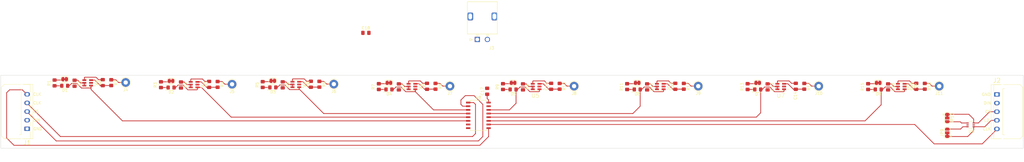
<source format=kicad_pcb>
(kicad_pcb (version 20221018) (generator pcbnew)
  (title_block (rev "v0.1") (company "Meow Wolf") (comment 1 "Daniel Bornhorst"))
  (layers (0 "F.Cu" signal) (31 "B.Cu" signal) (34 "B.Paste" user) (35 "F.Paste" user) (36 "B.SilkS" user "B.Silkscreen") (37 "F.SilkS" user "F.Silkscreen") (38 "B.Mask" user) (39 "F.Mask" user) (44 "Edge.Cuts" user))
  (net 0 "")
  (net 1 "VCC")
  (net 2 "GND")
  (net 3 "Net-(U1-SNSK)")
  (net 4 "Net-(U1-SNS)")
  (net 5 "Net-(D1-K)")
  (net 8 "Net-(J4-Pin_1)")
  (net 10 "Net-(JP1-A)")
  (net 11 "Net-(U2-SNSK)")
  (net 12 "Net-(U2-SNS)")
  (net 13 "Net-(U3-SNSK)")
  (net 14 "Net-(U3-SNS)")
  (net 15 "Net-(U4-SNSK)")
  (net 16 "Net-(U4-SNS)")
  (net 17 "Net-(U5-SNSK)")
  (net 18 "Net-(U5-SNS)")
  (net 19 "Net-(U6-SNSK)")
  (net 20 "Net-(U6-SNS)")
  (net 21 "Net-(U7-SNSK)")
  (net 22 "Net-(U7-SNS)")
  (net 23 "Net-(U10-SNSK)")
  (net 24 "Net-(U10-SNS)")
  (net 25 "TOUCH_1")
  (net 26 "Net-(D2-K)")
  (net 27 "TOUCH_2")
  (net 28 "Net-(D3-K)")
  (net 29 "TOUCH_3")
  (net 30 "Net-(D4-K)")
  (net 31 "TOUCH_4")
  (net 32 "Net-(D5-K)")
  (net 33 "TOUCH_5")
  (net 34 "Net-(D6-K)")
  (net 35 "TOUCH_6")
  (net 36 "Net-(D7-K)")
  (net 37 "TOUCH_7")
  (net 38 "Net-(D8-K)")
  (net 39 "TOUCH_8")
  (net 40 "+5V")
  (net 41 "CLK")
  (net 42 "~{LOAD}")
  (net 43 "SERIAL_OUT")
  (net 44 "CLK_OUT")
  (net 45 "SERIAL_IN")
  (net 46 "LOAD_OUT")
  (net 47 "Net-(J5-Pin_1)")
  (net 48 "Net-(J6-Pin_1)")
  (net 49 "Net-(J7-Pin_1)")
  (net 50 "Net-(J8-Pin_1)")
  (net 51 "Net-(J9-Pin_1)")
  (net 52 "Net-(J10-Pin_1)")
  (net 53 "Net-(J11-Pin_1)")
  (net 54 "Net-(JP2-A)")
  (net 55 "Net-(JP3-A)")
  (net 56 "Net-(JP4-A)")
  (net 57 "Net-(JP5-A)")
  (net 58 "Net-(JP6-A)")
  (net 59 "Net-(JP7-A)")
  (net 60 "Net-(JP8-A)")
  (net 61 "Net-(JP9-B)")
  (net 62 "Net-(JP10-B)")
  (footprint "Jumper:SolderJumper-2_P1.3mm_Bridged_RoundedPad1.0x1.5mm" (layer "F.Cu") (at 96.5478 90.144601)
    (fp_text reference "JP2" hide)
    (fp_text value "SolderJumper_2_Bridged" hide)
  )
  (footprint "LED_SMD:LED_0805_2012Metric_Pad1.15x1.40mm_HandSolder" (layer "F.Cu") (at 172.339 93.091)
    (fp_text reference "D4")
    (fp_text value "Touch_Indicator")
  )
  (footprint "0_sensor:AT42QT1010-TSGR_1" (layer "F.Cu") (at 139.954 91.3638 180)
    (fp_text reference "U3")
    (fp_text value "AT42QT1010")
  )
  (footprint "Connector_Pin:Pin_D1.3mm_L11.0mm_LooseFit" (layer "F.Cu") (at 153.162 91.2368)
    (fp_text reference "J6")
    (fp_text value "Electrode")
  )
  (footprint "Capacitor_SMD:C_0805_2012Metric_Pad1.18x1.45mm_HandSolder" (layer "F.Cu") (at 62.992 90.932 -90)
    (fp_text reference "C1")
    (fp_text value "0.1uF")
  )
  (footprint "0_sensor:AT42QT1010-TSGR_1" (layer "F.Cu") (at 308.61 92.075 180)
    (fp_text reference "U7")
    (fp_text value "AT42QT1010" hide)
  )
  (footprint "Jumper:SolderJumper-2_P1.3mm_Bridged_RoundedPad1.0x1.5mm" (layer "F.Cu") (at 342.504 90.805001)
    (fp_text reference "JP8" hide)
    (fp_text value "SolderJumper_2_Bridged" hide)
  )
  (footprint "Capacitor_SMD:C_0805_2012Metric_Pad1.18x1.45mm_HandSolder" (layer "F.Cu") (at 99.9918 91.5416 -90)
    (fp_text reference "C3")
    (fp_text value "0.1uF")
  )
  (footprint "Capacitor_SMD:C_0805_2012Metric_Pad1.18x1.45mm_HandSolder" (layer "F.Cu") (at 313.8424 91.9988 90)
    (fp_text reference "C14")
    (fp_text value "22nF" hide)
  )
  (footprint "Connector_Pin:Pin_D1.3mm_L11.0mm_LooseFit" (layer "F.Cu") (at 279.908 91.948)
    (fp_text reference "J9")
    (fp_text value "Electrode")
  )
  (footprint "Resistor_SMD:R_0805_2012Metric_Pad1.20x1.40mm_HandSolder" (layer "F.Cu") (at 56.0324 90.8304 -90)
    (fp_text reference "R1")
    (fp_text value "1K")
  )
  (footprint "Capacitor_SMD:C_0805_2012Metric_Pad1.18x1.45mm_HandSolder" (layer "F.Cu") (at 72.7964 90.7288 90)
    (fp_text reference "C2")
    (fp_text value "22nF")
  )
  (footprint "Package_SO:SOIC-16W_5.3x10.2mm_P1.27mm" (layer "F.Cu") (at 203.448 102.108)
    (fp_text reference "U8")
    (fp_text value "SN74HC165DR")
  )
  (footprint "Resistor_SMD:R_0805_2012Metric_Pad1.20x1.40mm_HandSolder" (layer "F.Cu") (at 358.6988 91.9988 -90)
    (fp_text reference "R16")
    (fp_text value "10K")
  )
  (footprint "Capacitor_SMD:C_0805_2012Metric_Pad1.18x1.45mm_HandSolder" (layer "F.Cu") (at 175.768 92.202 -90)
    (fp_text reference "C7")
    (fp_text value "0.1uF")
  )
  (footprint "Jumper:SolderJumper-2_P1.3mm_Bridged_RoundedPad1.0x1.5mm" (layer "F.Cu") (at 59.548 89.535)
    (fp_text reference "JP1" hide)
    (fp_text value "SolderJumper_2_Bridged" hide)
  )
  (footprint "Resistor_SMD:R_0805_2012Metric_Pad1.20x1.40mm_HandSolder" (layer "F.Cu") (at 297.0784 92.1004 -90)
    (fp_text reference "R13")
    (fp_text value "1K" hide)
  )
  (footprint "Capacitor_SMD:C_0805_2012Metric_Pad1.18x1.45mm_HandSolder" (layer "F.Cu") (at 304.038 92.202 -90)
    (fp_text reference "C13")
    (fp_text value "0.1uF" hide)
  )
  (footprint "Capacitor_SMD:C_0805_2012Metric_Pad1.18x1.45mm_HandSolder" (layer "F.Cu") (at 355.7524 91.9988 90)
    (fp_text reference "C16")
    (fp_text value "22nF")
  )
  (footprint "Jumper:SolderJumper-2_P1.3mm_Bridged_RoundedPad1.0x1.5mm" (layer "F.Cu") (at 215.504 90.805001)
    (fp_text reference "JP5" hide)
    (fp_text value "SolderJumper_2_Bridged" hide)
  )
  (footprint "Capacitor_SMD:C_0805_2012Metric_Pad1.18x1.45mm_HandSolder" (layer "F.Cu") (at 271.9324 91.9988 90)
    (fp_text reference "C12")
    (fp_text value "22nF")
  )
  (footprint "LED_SMD:LED_0805_2012Metric_Pad1.15x1.40mm_HandSolder" (layer "F.Cu") (at 131.953 92.3798)
    (fp_text reference "D3")
    (fp_text value "Touch_Indicator")
  )
  (footprint "Resistor_SMD:R_0805_2012Metric_Pad1.20x1.40mm_HandSolder" (layer "F.Cu") (at 211.9884 92.1004 -90)
    (fp_text reference "R9")
    (fp_text value "1K")
  )
  (footprint "Resistor_SMD:R_0805_2012Metric_Pad1.20x1.40mm_HandSolder" (layer "F.Cu") (at 93.0322 91.44 -90)
    (fp_text reference "R3")
    (fp_text value "1K")
  )
  (footprint "Resistor_SMD:R_0805_2012Metric_Pad1.20x1.40mm_HandSolder" (layer "F.Cu") (at 274.8788 91.9988 -90)
    (fp_text reference "R12")
    (fp_text value "10K")
  )
  (footprint "Connector_Pin:Pin_D1.3mm_L11.0mm_LooseFit" (layer "F.Cu") (at 117.7718 91.2876)
    (fp_text reference "J5")
    (fp_text value "Electrode")
  )
  (footprint "Resistor_SMD:R_0805_2012Metric_Pad1.20x1.40mm_HandSolder" (layer "F.Cu") (at 231.6988 91.9988 -90)
    (fp_text reference "R10")
    (fp_text value "10K")
  )
  (footprint "Resistor_SMD:R_0805_2012Metric_Pad1.20x1.40mm_HandSolder" (layer "F.Cu") (at 255.1684 92.1004 -90)
    (fp_text reference "R11")
    (fp_text value "1K")
  )
  (footprint "Resistor_SMD:R_0805_2012Metric_Pad1.20x1.40mm_HandSolder" (layer "F.Cu") (at 338.9884 92.1004 -90)
    (fp_text reference "R15")
    (fp_text value "1K")
  )
  (footprint "0_sensor:AT42QT1010-TSGR_1" (layer "F.Cu") (at 223.52 92.075 180)
    (fp_text reference "U5")
    (fp_text value "AT42QT1010")
  )
  (footprint "Capacitor_SMD:C_0805_2012Metric_Pad1.18x1.45mm_HandSolder" (layer "F.Cu") (at 145.1864 91.2876 90)
    (fp_text reference "C6")
    (fp_text value "22nF")
  )
  (footprint "Connector_Pin:Pin_D1.3mm_L11.0mm_LooseFit" (layer "F.Cu") (at 193.548 91.948)
    (fp_text reference "J7")
    (fp_text value "Electrode")
  )
  (footprint "Resistor_SMD:R_0805_2012Metric_Pad1.20x1.40mm_HandSolder" (layer "F.Cu") (at 168.8084 92.1004 -90)
    (fp_text reference "R7")
    (fp_text value "1K")
  )
  (footprint "Capacitor_SMD:C_0805_2012Metric_Pad1.18x1.45mm_HandSolder" (layer "F.Cu") (at 135.382 91.4908 -90)
    (fp_text reference "C5")
    (fp_text value "0.1uF")
  )
  (footprint "Connector_Pin:Pin_D1.3mm_L11.0mm_LooseFit" (layer "F.Cu") (at 80.772 90.678)
    (fp_text reference "J4")
    (fp_text value "Electrode")
  )
  (footprint "0_sensor:AT42QT1010-TSGR_1" (layer "F.Cu") (at 104.5638 91.4146 180)
    (fp_text reference "U2")
    (fp_text value "AT42QT1010")
  )
  (footprint "Capacitor_SMD:C_0805_2012Metric_Pad1.18x1.45mm_HandSolder" (layer "F.Cu") (at 228.7524 91.9988 90)
    (fp_text reference "C10")
    (fp_text value "22nF")
  )
  (footprint "Resistor_SMD:R_0805_2012Metric_Pad1.20x1.40mm_HandSolder" (layer "F.Cu") (at 148.1328 91.2876 -90)
    (fp_text reference "R6")
    (fp_text value "10K")
  )
  (footprint "Capacitor_SMD:C_0805_2012Metric_Pad1.18x1.45mm_HandSolder" (layer "F.Cu") (at 206.502 93.726 90)
    (fp_text reference "C17")
    (fp_text value "0.1uF")
  )
  (footprint "Capacitor_SMD:C_0805_2012Metric_Pad1.18x1.45mm_HandSolder" (layer "F.Cu") (at 109.7962 91.3384 90)
    (fp_text reference "C4")
    (fp_text value "22nF")
  )
  (footprint "Resistor_SMD:R_0805_2012Metric_Pad1.20x1.40mm_HandSolder" (layer "F.Cu") (at 316.7888 91.9988 -90)
    (fp_text reference "R14")
    (fp_text value "10K" hide)
  )
  (footprint "0_connector:MOLEX_ULTRAFIT-RA-2POS_1723104102" (layer "F.Cu") (at 204.613692 80.359849)
    (fp_text reference "J3")
    (fp_text value "Molex Ultra-Fit")
  )
  (footprint "0_connector:Molex_Micro-Fit_3.0_1x05_Horizontal_Vertical_Combo" (layer "F.Cu") (at 46.498 106.7872 90)
    (fp_text reference "J1")
    (fp_text value "Molex Micro-Fit")
  )
  (footprint "0_sensor:AT42QT1010-TSGR_1" (layer "F.Cu") (at 350.52 92.075 180)
    (fp_text reference "U10")
    (fp_text value "AT42QT1010")
  )
  (footprint "Jumper:SolderJumper-3_P1.3mm_Bridged12_RoundedPad1.0x1.5mm" (layer "F.Cu") (at 366.522 108.174 90)
    (fp_text reference "JP9")
    (fp_text value "SolderJumper_3_Bridged12")
  )
  (footprint "Resistor_SMD:R_0805_2012Metric_Pad1.20x1.40mm_HandSolder" (layer "F.Cu") (at 112.7426 91.3384 -90)
    (fp_text reference "R4")
    (fp_text value "10K")
  )
  (footprint "0_integrated_circuits:74HCT2G34GW_125_SOT363" (layer "F.Cu") (at 374.65 105.41)
    (fp_text reference "U9")
    (fp_text value "74HCT2G34GW_125")
  )
  (footprint "Capacitor_SMD:C_0805_2012Metric_Pad1.18x1.45mm_HandSolder" (layer "F.Cu") (at 164.3165 73.406)
    (fp_text reference "C18")
    (fp_text value "0.1uF")
  )
  (footprint "Jumper:SolderJumper-2_P1.3mm_Bridged_RoundedPad1.0x1.5mm" (layer "F.Cu") (at 258.684 90.805001)
    (fp_text reference "JP6" hide)
    (fp_text value "SolderJumper_2_Bridged" hide)
  )
  (footprint "LED_SMD:LED_0805_2012Metric_Pad1.15x1.40mm_HandSolder" (layer "F.Cu") (at 59.563 91.821)
    (fp_text reference "D1")
    (fp_text value "Touch_Indicator")
  )
  (footprint "0_sensor:AT42QT1010-TSGR_1" (layer "F.Cu") (at 67.564 90.805 180)
    (fp_text reference "U1")
    (fp_text value "AT42QT1010")
  )
  (footprint "Connector_Pin:Pin_D1.3mm_L11.0mm_LooseFit" (layer "F.Cu") (at 321.818 91.948)
    (fp_text reference "J10")
    (fp_text value "Electrode" hide)
  )
  (footprint "Resistor_SMD:R_0805_2012Metric_Pad1.20x1.40mm_HandSolder" (layer "F.Cu") (at 188.5188 91.9988 -90)
    (fp_text reference "R8")
    (fp_text value "10K")
  )
  (footprint "Connector_Pin:Pin_D1.3mm_L11.0mm_LooseFit" (layer "F.Cu") (at 363.728 91.948)
    (fp_text reference "J11")
    (fp_text value "Electrode")
  )
  (footprint "Jumper:SolderJumper-3_P1.3mm_Bridged12_RoundedPad1.0x1.5mm" (layer "F.Cu") (at 366.522 103.034 -90)
    (fp_text reference "JP10")
    (fp_text value "SolderJumper_3_Bridged12")
  )
  (footprint "Jumper:SolderJumper-2_P1.3mm_Bridged_RoundedPad1.0x1.5mm" (layer "F.Cu") (at 172.324 90.805001)
    (fp_text reference "JP4" hide)
    (fp_text value "SolderJumper_2_Bridged" hide)
  )
  (footprint "LED_SMD:LED_0805_2012Metric_Pad1.15x1.40mm_HandSolder" (layer "F.Cu") (at 342.519 93.091)
    (fp_text reference "D8")
    (fp_text value "Touch_Indicator")
  )
  (footprint "Capacitor_SMD:C_0805_2012Metric_Pad1.18x1.45mm_HandSolder" (layer "F.Cu") (at 262.128 92.202 -90)
    (fp_text reference "C11")
    (fp_text value "0.1uF")
  )
  (footprint "0_sensor:AT42QT1010-TSGR_1" (layer "F.Cu") (at 180.34 92.075 180)
    (fp_text reference "U4")
    (fp_text value "AT42QT1010")
  )
  (footprint "0_connector:Molex_Micro-Fit_3.0_1x05_Horizontal_Vertical_Combo" (layer "F.Cu") (at 383.778 94.838 -90)
    (fp_text reference "J2")
    (fp_text value "Molex Micro-Fit")
  )
  (footprint "0_sensor:AT42QT1010-TSGR_1" (layer "F.Cu") (at 266.7 92.075 180)
    (fp_text reference "U6")
    (fp_text value "AT42QT1010")
  )
  (footprint "Capacitor_SMD:C_0805_2012Metric_Pad1.18x1.45mm_HandSolder" (layer "F.Cu") (at 185.5724 91.9988 90)
    (fp_text reference "C8")
    (fp_text value "22nF")
  )
  (footprint "LED_SMD:LED_0805_2012Metric_Pad1.15x1.40mm_HandSolder" (layer "F.Cu") (at 258.699 93.091)
    (fp_text reference "D6")
    (fp_text value "Touch_Indicator")
  )
  (footprint "Resistor_SMD:R_0805_2012Metric_Pad1.20x1.40mm_HandSolder" (layer "F.Cu") (at 128.4224 91.3892 -90)
    (fp_text reference "R5")
    (fp_text value "1K")
  )
  (footprint "Jumper:SolderJumper-2_P1.3mm_Bridged_RoundedPad1.0x1.5mm" (layer "F.Cu") (at 131.938 90.093801)
    (fp_text reference "JP3" hide)
    (fp_text value "SolderJumper_2_Bridged" hide)
  )
  (footprint "Capacitor_SMD:C_0805_2012Metric_Pad1.18x1.45mm_HandSolder" (layer "F.Cu") (at 345.948 92.202 -90)
    (fp_text reference "C15")
    (fp_text value "0.1uF")
  )
  (footprint "LED_SMD:LED_0805_2012Metric_Pad1.15x1.40mm_HandSolder" (layer "F.Cu") (at 96.5628 92.4306)
    (fp_text reference "D2")
    (fp_text value "Touch_Indicator")
  )
  (footprint "LED_SMD:LED_0805_2012Metric_Pad1.15x1.40mm_HandSolder" (layer "F.Cu") (at 215.519 93.091)
    (fp_text reference "D5")
    (fp_text value "Touch_Indicator")
  )
  (footprint "Resistor_SMD:R_0805_2012Metric_Pad1.20x1.40mm_HandSolder" (layer "F.Cu") (at 75.7428 90.7288 -90)
    (fp_text reference "R2")
    (fp_text value "10K")
  )
  (footprint "Capacitor_SMD:C_0805_2012Metric_Pad1.18x1.45mm_HandSolder" (layer "F.Cu") (at 218.948 92.202 -90)
    (fp_text reference "C9")
    (fp_text value "0.1uF")
  )
  (footprint "LED_SMD:LED_0805_2012Metric_Pad1.15x1.40mm_HandSolder" (layer "F.Cu") (at 300.609 93.091)
    (fp_text reference "D7")
    (fp_text value "Touch_Indicator" hide)
  )
  (footprint "Connector_Pin:Pin_D1.3mm_L11.0mm_LooseFit" (layer "F.Cu") (at 236.728 91.948)
    (fp_text reference "J8")
    (fp_text value "Electrode")
  )
  (footprint "Jumper:SolderJumper-2_P1.3mm_Bridged_RoundedPad1.0x1.5mm" (layer "F.Cu") (at 300.594 90.805001)
    (fp_text reference "JP7" hide)
    (fp_text value "SolderJumper_2_Bridged" hide)
  )
  (gr_rect (start 37.338 88.138) (end 392.938 113.538) (stroke (width 0.1)) (fill none) (layer "Edge.Cuts"))
  (segment (start 263.2495 91.1645) (end 264.16 92.075) (width 0.254) (layer "F.Cu") (net 1))
  (segment (start 218.948 91.1645) (end 220.0695 91.1645) (width 0.254) (layer "F.Cu") (net 1))
  (segment (start 220.98 92.075) (end 222.35 92.075) (width 0.254) (layer "F.Cu") (net 1))
  (segment (start 179.17 92.075) (end 179.17 93.025) (width 0.254) (layer "F.Cu") (net 1))
  (segment (start 177.8 92.075) (end 179.17 92.075) (width 0.254) (layer "F.Cu") (net 1))
  (segment (start 305.1595 91.1645) (end 306.07 92.075) (width 0.254) (layer "F.Cu") (net 1))
  (segment (start 307.44 92.075) (end 307.44 93.025) (width 0.254) (layer "F.Cu") (net 1))
  (segment (start 265.53 92.075) (end 265.53 93.025) (width 0.254) (layer "F.Cu") (net 1))
  (segment (start 66.394 90.805) (end 66.394 91.755) (width 0.254) (layer "F.Cu") (net 1))
  (segment (start 103.3938 91.4146) (end 103.3938 92.3646) (width 0.254) (layer "F.Cu") (net 1))
  (segment (start 64.1135 89.8945) (end 65.024 90.805) (width 0.254) (layer "F.Cu") (net 1))
  (segment (start 102.0238 91.4146) (end 103.3938 91.4146) (width 0.254) (layer "F.Cu") (net 1))
  (segment (start 206.998 96.786) (end 206.998 97.663) (width 0.254) (layer "F.Cu") (net 1))
  (segment (start 99.9918 90.5041) (end 101.1133 90.5041) (width 0.254) (layer "F.Cu") (net 1))
  (segment (start 306.07 92.075) (end 307.44 92.075) (width 0.254) (layer "F.Cu") (net 1))
  (segment (start 138.784 91.3638) (end 138.784 92.3138) (width 0.254) (layer "F.Cu") (net 1))
  (segment (start 347.0695 91.1645) (end 347.98 92.075) (width 0.254) (layer "F.Cu") (net 1))
  (segment (start 304.038 91.1645) (end 305.1595 91.1645) (width 0.254) (layer "F.Cu") (net 1))
  (segment (start 206.502 96.266) (end 207.01 96.774) (width 0.254) (layer "F.Cu") (net 1))
  (segment (start 207.01 96.774) (end 206.998 96.786) (width 0.254) (layer "F.Cu") (net 1))
  (segment (start 101.1133 90.5041) (end 102.0238 91.4146) (width 0.254) (layer "F.Cu") (net 1))
  (segment (start 222.35 92.075) (end 222.35 93.025) (width 0.254) (layer "F.Cu") (net 1))
  (segment (start 220.0695 91.1645) (end 220.98 92.075) (width 0.254) (layer "F.Cu") (net 1))
  (segment (start 175.768 91.1645) (end 176.8895 91.1645) (width 0.254) (layer "F.Cu") (net 1))
  (segment (start 62.992 89.8945) (end 64.1135 89.8945) (width 0.254) (layer "F.Cu") (net 1))
  (segment (start 347.98 92.075) (end 349.35 92.075) (width 0.254) (layer "F.Cu") (net 1))
  (segment (start 176.8895 91.1645) (end 177.8 92.075) (width 0.254) (layer "F.Cu") (net 1))
  (segment (start 349.35 92.075) (end 349.35 93.025) (width 0.254) (layer "F.Cu") (net 1))
  (segment (start 264.16 92.075) (end 265.53 92.075) (width 0.254) (layer "F.Cu") (net 1))
  (segment (start 65.024 90.805) (end 66.394 90.805) (width 0.254) (layer "F.Cu") (net 1))
  (segment (start 206.502 94.7635) (end 206.502 96.266) (width 0.254) (layer "F.Cu") (net 1))
  (segment (start 135.382 90.4533) (end 136.5035 90.4533) (width 0.254) (layer "F.Cu") (net 1))
  (segment (start 137.414 91.3638) (end 138.784 91.3638) (width 0.254) (layer "F.Cu") (net 1))
  (segment (start 136.5035 90.4533) (end 137.414 91.3638) (width 0.254) (layer "F.Cu") (net 1))
  (segment (start 345.948 91.1645) (end 347.0695 91.1645) (width 0.254) (layer "F.Cu") (net 1))
  (segment (start 262.128 91.1645) (end 263.2495 91.1645) (width 0.254) (layer "F.Cu") (net 1))
  (segment (start 72.7964 91.7663) (end 71.9543 91.7663) (width 0.254) (layer "F.Cu") (net 3))
  (segment (start 71.9543 91.7663) (end 70.043 89.855) (width 0.254) (layer "F.Cu") (net 3))
  (segment (start 75.7428 91.7288) (end 72.8339 91.7288) (width 0.254) (layer "F.Cu") (net 3))
  (segment (start 70.043 89.855) (end 68.734 89.855) (width 0.254) (layer "F.Cu") (net 3))
  (segment (start 72.8339 91.7288) (end 72.7964 91.7663) (width 0.254) (layer "F.Cu") (net 3))
  (segment (start 70.4596 88.8492) (end 66.548 88.8492) (width 0.254) (layer "F.Cu") (net 4))
  (segment (start 66.394 89.0032) (end 66.394 89.855) (width 0.254) (layer "F.Cu") (net 4))
  (segment (start 66.548 88.8492) (end 66.394 89.0032) (width 0.254) (layer "F.Cu") (net 4))
  (segment (start 72.7964 89.6913) (end 71.3017 89.6913) (width 0.254) (layer "F.Cu") (net 4))
  (segment (start 71.3017 89.6913) (end 70.4596 88.8492) (width 0.254) (layer "F.Cu") (net 4))
  (segment (start 58.538 91.821) (end 56.0418 91.821) (width 0.254) (layer "F.Cu") (net 5))
  (segment (start 56.0418 91.821) (end 56.0324 91.8304) (width 0.254) (layer "F.Cu") (net 5))
  (segment (start 78.2828 90.678) (end 80.772 90.678) (width 0.254) (layer "F.Cu") (net 8))
  (segment (start 77.3336 89.7288) (end 78.2828 90.678) (width 0.254) (layer "F.Cu") (net 8))
  (segment (start 75.7428 89.7288) (end 77.3336 89.7288) (width 0.254) (layer "F.Cu") (net 8))
  (segment (start 56.0324 89.8304) (end 58.6026 89.8304) (width 0.254) (layer "F.Cu") (net 10))
  (segment (start 58.6026 89.8304) (end 58.898 89.535) (width 0.254) (layer "F.Cu") (net 10))
  (segment (start 108.9541 92.3759) (end 107.0428 90.4646) (width 0.254) (layer "F.Cu") (net 11))
  (segment (start 109.8337 92.3384) (end 109.7962 92.3759) (width 0.254) (layer "F.Cu") (net 11))
  (segment (start 112.7426 92.3384) (end 109.8337 92.3384) (width 0.254) (layer "F.Cu") (net 11))
  (segment (start 109.7962 92.3759) (end 108.9541 92.3759) (width 0.254) (layer "F.Cu") (net 11))
  (segment (start 107.0428 90.4646) (end 105.7338 90.4646) (width 0.254) (layer "F.Cu") (net 11))
  (segment (start 109.7962 90.3009) (end 108.3015 90.3009) (width 0.254) (layer "F.Cu") (net 12))
  (segment (start 103.5478 89.4588) (end 103.3938 89.6128) (width 0.254) (layer "F.Cu") (net 12))
  (segment (start 108.3015 90.3009) (end 107.4594 89.4588) (width 0.254) (layer "F.Cu") (net 12))
  (segment (start 103.3938 89.6128) (end 103.3938 90.4646) (width 0.254) (layer "F.Cu") (net 12))
  (segment (start 107.4594 89.4588) (end 103.5478 89.4588) (width 0.254) (layer "F.Cu") (net 12))
  (segment (start 144.3443 92.3251) (end 142.433 90.4138) (width 0.254) (layer "F.Cu") (net 13))
  (segment (start 145.1864 92.3251) (end 144.3443 92.3251) (width 0.254) (layer "F.Cu") (net 13))
  (segment (start 145.2239 92.2876) (end 145.1864 92.3251) (width 0.254) (layer "F.Cu") (net 13))
  (segment (start 142.433 90.4138) (end 141.124 90.4138) (width 0.254) (layer "F.Cu") (net 13))
  (segment (start 148.1328 92.2876) (end 145.2239 92.2876) (width 0.254) (layer "F.Cu") (net 13))
  (segment (start 138.784 89.562) (end 138.784 90.4138) (width 0.254) (layer "F.Cu") (net 14))
  (segment (start 145.1864 90.2501) (end 143.6917 90.2501) (width 0.254) (layer "F.Cu") (net 14))
  (segment (start 143.6917 90.2501) (end 142.8496 89.408) (width 0.254) (layer "F.Cu") (net 14))
  (segment (start 142.8496 89.408) (end 138.938 89.408) (width 0.254) (layer "F.Cu") (net 14))
  (segment (start 138.938 89.408) (end 138.784 89.562) (width 0.254) (layer "F.Cu") (net 14))
  (segment (start 188.5188 92.9988) (end 185.6099 92.9988) (width 0.254) (layer "F.Cu") (net 15))
  (segment (start 184.7303 93.0363) (end 182.819 91.125) (width 0.254) (layer "F.Cu") (net 15))
  (segment (start 182.819 91.125) (end 181.51 91.125) (width 0.254) (layer "F.Cu") (net 15))
  (segment (start 185.6099 92.9988) (end 185.5724 93.0363) (width 0.254) (layer "F.Cu") (net 15))
  (segment (start 185.5724 93.0363) (end 184.7303 93.0363) (width 0.254) (layer "F.Cu") (net 15))
  (segment (start 179.17 90.2732) (end 179.17 91.125) (width 0.254) (layer "F.Cu") (net 16))
  (segment (start 185.5724 90.9613) (end 184.0777 90.9613) (width 0.254) (layer "F.Cu") (net 16))
  (segment (start 183.2356 90.1192) (end 179.324 90.1192) (width 0.254) (layer "F.Cu") (net 16))
  (segment (start 184.0777 90.9613) (end 183.2356 90.1192) (width 0.254) (layer "F.Cu") (net 16))
  (segment (start 179.324 90.1192) (end 179.17 90.2732) (width 0.254) (layer "F.Cu") (net 16))
  (segment (start 228.7899 92.9988) (end 228.7524 93.0363) (width 0.254) (layer "F.Cu") (net 17))
  (segment (start 225.999 91.125) (end 224.69 91.125) (width 0.254) (layer "F.Cu") (net 17))
  (segment (start 231.6988 92.9988) (end 228.7899 92.9988) (width 0.254) (layer "F.Cu") (net 17))
  (segment (start 228.7524 93.0363) (end 227.9103 93.0363) (width 0.254) (layer "F.Cu") (net 17))
  (segment (start 227.9103 93.0363) (end 225.999 91.125) (width 0.254) (layer "F.Cu") (net 17))
  (segment (start 222.35 90.2732) (end 222.35 91.125) (width 0.254) (layer "F.Cu") (net 18))
  (segment (start 222.504 90.1192) (end 222.35 90.2732) (width 0.254) (layer "F.Cu") (net 18))
  (segment (start 226.4156 90.1192) (end 222.504 90.1192) (width 0.254) (layer "F.Cu") (net 18))
  (segment (start 228.7524 90.9613) (end 227.2577 90.9613) (width 0.254) (layer "F.Cu") (net 18))
  (segment (start 227.2577 90.9613) (end 226.4156 90.1192) (width 0.254) (layer "F.Cu") (net 18))
  (segment (start 271.9324 93.0363) (end 271.0903 93.0363) (width 0.254) (layer "F.Cu") (net 19))
  (segment (start 271.0903 93.0363) (end 269.179 91.125) (width 0.254) (layer "F.Cu") (net 19))
  (segment (start 269.179 91.125) (end 267.87 91.125) (width 0.254) (layer "F.Cu") (net 19))
  (segment (start 274.8788 92.9988) (end 271.9699 92.9988) (width 0.254) (layer "F.Cu") (net 19))
  (segment (start 271.9699 92.9988) (end 271.9324 93.0363) (width 0.254) (layer "F.Cu") (net 19))
  (segment (start 269.5956 90.1192) (end 265.684 90.1192) (width 0.254) (layer "F.Cu") (net 20))
  (segment (start 271.9324 90.9613) (end 270.4377 90.9613) (width 0.254) (layer "F.Cu") (net 20))
  (segment (start 265.684 90.1192) (end 265.53 90.2732) (width 0.254) (layer "F.Cu") (net 20))
  (segment (start 270.4377 90.9613) (end 269.5956 90.1192) (width 0.254) (layer "F.Cu") (net 20))
  (segment (start 265.53 90.2732) (end 265.53 91.125) (width 0.254) (layer "F.Cu") (net 20))
  (segment (start 311.089 91.125) (end 309.78 91.125) (width 0.254) (layer "F.Cu") (net 21))
  (segment (start 313.8424 93.0363) (end 313.0003 93.0363) (width 0.254) (layer "F.Cu") (net 21))
  (segment (start 316.7888 92.9988) (end 313.8799 92.9988) (width 0.254) (layer "F.Cu") (net 21))
  (segment (start 313.0003 93.0363) (end 311.089 91.125) (width 0.254) (layer "F.Cu") (net 21))
  (segment (start 313.8799 92.9988) (end 313.8424 93.0363) (width 0.254) (layer "F.Cu") (net 21))
  (segment (start 307.44 90.2732) (end 307.44 91.125) (width 0.254) (layer "F.Cu") (net 22))
  (segment (start 313.8424 90.9613) (end 312.3477 90.9613) (width 0.254) (layer "F.Cu") (net 22))
  (segment (start 312.3477 90.9613) (end 311.5056 90.1192) (width 0.254) (layer "F.Cu") (net 22))
  (segment (start 307.594 90.1192) (end 307.44 90.2732) (width 0.254) (layer "F.Cu") (net 22))
  (segment (start 311.5056 90.1192) (end 307.594 90.1192) (width 0.254) (layer "F.Cu") (net 22))
  (segment (start 355.7899 92.9988) (end 355.7524 93.0363) (width 0.254) (layer "F.Cu") (net 23))
  (segment (start 358.6988 92.9988) (end 355.7899 92.9988) (width 0.254) (layer "F.Cu") (net 23))
  (segment (start 352.999 91.125) (end 351.69 91.125) (width 0.254) (layer "F.Cu") (net 23))
  (segment (start 354.9103 93.0363) (end 352.999 91.125) (width 0.254) (layer "F.Cu") (net 23))
  (segment (start 355.7524 93.0363) (end 354.9103 93.0363) (width 0.254) (layer "F.Cu") (net 23))
  (segment (start 355.7524 90.9613) (end 354.2577 90.9613) (width 0.254) (layer "F.Cu") (net 24))
  (segment (start 349.35 90.2732) (end 349.35 91.125) (width 0.254) (layer "F.Cu") (net 24))
  (segment (start 353.4156 90.1192) (end 349.504 90.1192) (width 0.254) (layer "F.Cu") (net 24))
  (segment (start 354.2577 90.9613) (end 353.4156 90.1192) (width 0.254) (layer "F.Cu") (net 24))
  (segment (start 349.504 90.1192) (end 349.35 90.2732) (width 0.254) (layer "F.Cu") (net 24))
  (segment (start 344.0938 93.091) (end 343.544 93.091) (width 0.254) (layer "F.Cu") (net 25))
  (segment (start 337.947 104.013) (end 343.544 98.416) (width 0.254) (layer "F.Cu") (net 25))
  (segment (start 351.4852 93.8784) (end 348.3356 93.8784) (width 0.254) (layer "F.Cu") (net 25))
  (segment (start 343.544 98.416) (end 343.544 93.091) (width 0.254) (layer "F.Cu") (net 25))
  (segment (start 344.932 92.2528) (end 344.0938 93.091) (width 0.254) (layer "F.Cu") (net 25))
  (segment (start 348.3356 93.8784) (end 346.71 92.2528) (width 0.254) (layer "F.Cu") (net 25))
  (segment (start 206.998 104.013) (end 337.947 104.013) (width 0.254) (layer "F.Cu") (net 25))
  (segment (start 346.71 92.2528) (end 344.932 92.2528) (width 0.254) (layer "F.Cu") (net 25))
  (segment (start 351.69 93.6736) (end 351.4852 93.8784) (width 0.254) (layer "F.Cu") (net 25))
  (segment (start 351.69 93.025) (end 351.69 93.6736) (width 0.254) (layer "F.Cu") (net 25))
  (segment (start 95.5378 92.4306) (end 93.0416 92.4306) (width 0.254) (layer "F.Cu") (net 26))
  (segment (start 93.0416 92.4306) (end 93.0322 92.44) (width 0.254) (layer "F.Cu") (net 26))
  (segment (start 301.634 101.21) (end 301.634 93.091) (width 0.254) (layer "F.Cu") (net 27))
  (segment (start 303.022 92.2528) (end 302.1838 93.091) (width 0.254) (layer "F.Cu") (net 27))
  (segment (start 304.8 92.2528) (end 303.022 92.2528) (width 0.254) (layer "F.Cu") (net 27))
  (segment (start 302.1838 93.091) (end 301.634 93.091) (width 0.254) (layer "F.Cu") (net 27))
  (segment (start 206.998 102.743) (end 300.101 102.743) (width 0.254) (layer "F.Cu") (net 27))
  (segment (start 309.78 93.6736) (end 309.5752 93.8784) (width 0.254) (layer "F.Cu") (net 27))
  (segment (start 309.5752 93.8784) (end 306.4256 93.8784) (width 0.254) (layer "F.Cu") (net 27))
  (segment (start 309.78 93.025) (end 309.78 93.6736) (width 0.254) (layer "F.Cu") (net 27))
  (segment (start 306.4256 93.8784) (end 304.8 92.2528) (width 0.254) (layer "F.Cu") (net 27))
  (segment (start 300.101 102.743) (end 301.634 101.21) (width 0.254) (layer "F.Cu") (net 27))
  (segment (start 128.4318 92.3798) (end 128.4224 92.3892) (width 0.254) (layer "F.Cu") (net 28))
  (segment (start 130.928 92.3798) (end 128.4318 92.3798) (width 0.254) (layer "F.Cu") (net 28))
  (segment (start 267.6652 93.8784) (end 264.5156 93.8784) (width 0.254) (layer "F.Cu") (net 29))
  (segment (start 260.2738 93.091) (end 259.724 93.091) (width 0.254) (layer "F.Cu") (net 29))
  (segment (start 262.89 92.2528) (end 261.112 92.2528) (width 0.254) (layer "F.Cu") (net 29))
  (segment (start 257.175 101.473) (end 259.724 98.924) (width 0.254) (layer "F.Cu") (net 29))
  (segment (start 206.998 101.473) (end 257.175 101.473) (width 0.254) (layer "F.Cu") (net 29))
  (segment (start 264.5156 93.8784) (end 262.89 92.2528) (width 0.254) (layer "F.Cu") (net 29))
  (segment (start 259.724 98.924) (end 259.724 93.091) (width 0.254) (layer "F.Cu") (net 29))
  (segment (start 267.87 93.025) (end 267.87 93.6736) (width 0.254) (layer "F.Cu") (net 29))
  (segment (start 267.87 93.6736) (end 267.6652 93.8784) (width 0.254) (layer "F.Cu") (net 29))
  (segment (start 261.112 92.2528) (end 260.2738 93.091) (width 0.254) (layer "F.Cu") (net 29))
  (segment (start 168.8178 93.091) (end 168.8084 93.1004) (width 0.254) (layer "F.Cu") (net 30))
  (segment (start 171.314 93.091) (end 168.8178 93.091) (width 0.254) (layer "F.Cu") (net 30))
  (segment (start 206.998 100.203) (end 214.249 100.203) (width 0.254) (layer "F.Cu") (net 31))
  (segment (start 224.69 93.6736) (end 224.4852 93.8784) (width 0.254) (layer "F.Cu") (net 31))
  (segment (start 216.544 97.908) (end 216.544 93.091) (width 0.254) (layer "F.Cu") (net 31))
  (segment (start 221.3356 93.8784) (end 219.71 92.2528) (width 0.254) (layer "F.Cu") (net 31))
  (segment (start 219.71 92.2528) (end 217.932 92.2528) (width 0.254) (layer "F.Cu") (net 31))
  (segment (start 224.4852 93.8784) (end 221.3356 93.8784) (width 0.254) (layer "F.Cu") (net 31))
  (segment (start 217.0938 93.091) (end 216.544 93.091) (width 0.254) (layer "F.Cu") (net 31))
  (segment (start 224.69 93.025) (end 224.69 93.6736) (width 0.254) (layer "F.Cu") (net 31))
  (segment (start 217.932 92.2528) (end 217.0938 93.091) (width 0.254) (layer "F.Cu") (net 31))
  (segment (start 214.249 100.203) (end 216.544 97.908) (width 0.254) (layer "F.Cu") (net 31))
  (segment (start 211.9978 93.091) (end 211.9884 93.1004) (width 0.254) (layer "F.Cu") (net 32))
  (segment (start 214.494 93.091) (end 211.9978 93.091) (width 0.254) (layer "F.Cu") (net 32))
  (segment (start 181.3052 93.8784) (end 178.1556 93.8784) (width 0.254) (layer "F.Cu") (net 33))
  (segment (start 178.1556 93.8784) (end 176.53 92.2528) (width 0.254) (layer "F.Cu") (net 33))
  (segment (start 181.51 93.025) (end 181.51 93.6736) (width 0.254) (layer "F.Cu") (net 33))
  (segment (start 173.9138 93.091) (end 173.364 93.091) (width 0.254) (layer "F.Cu") (net 33))
  (segment (start 176.53 92.2528) (end 174.752 92.2528) (width 0.254) (layer "F.Cu") (net 33))
  (segment (start 181.51 93.6736) (end 181.3052 93.8784) (width 0.254) (layer "F.Cu") (net 33))
  (segment (start 174.752 92.2528) (end 173.9138 93.091) (width 0.254) (layer "F.Cu") (net 33))
  (segment (start 187.833 100.203) (end 199.898 100.203) (width 0.254) (layer "F.Cu") (net 33))
  (segment (start 181.51 93.025) (end 181.51 93.88) (width 0.254) (layer "F.Cu") (net 33))
  (segment (start 181.51 93.88) (end 187.833 100.203) (width 0.254) (layer "F.Cu") (net 33))
  (segment (start 255.1778 93.091) (end 255.1684 93.1004) (width 0.254) (layer "F.Cu") (net 34))
  (segment (start 257.674 93.091) (end 255.1778 93.091) (width 0.254) (layer "F.Cu") (net 34))
  (segment (start 137.7696 93.1672) (end 136.144 91.5416) (width 0.254) (layer "F.Cu") (net 35))
  (segment (start 140.9192 93.1672) (end 137.7696 93.1672) (width 0.254) (layer "F.Cu") (net 35))
  (segment (start 141.124 92.9624) (end 140.9192 93.1672) (width 0.254) (layer "F.Cu") (net 35))
  (segment (start 134.366 91.5416) (end 133.5278 92.3798) (width 0.254) (layer "F.Cu") (net 35))
  (segment (start 141.124 92.3138) (end 141.124 92.9624) (width 0.254) (layer "F.Cu") (net 35))
  (segment (start 149.6346 101.473) (end 199.898 101.473) (width 0.254) (layer "F.Cu") (net 35))
  (segment (start 133.5278 92.3798) (end 132.978 92.3798) (width 0.254) (layer "F.Cu") (net 35))
  (segment (start 141.124 92.9624) (end 149.6346 101.473) (width 0.254) (layer "F.Cu") (net 35))
  (segment (start 136.144 91.5416) (end 134.366 91.5416) (width 0.254) (layer "F.Cu") (net 35))
  (segment (start 297.0878 93.091) (end 297.0784 93.1004) (width 0.254) (layer "F.Cu") (net 36))
  (segment (start 299.584 93.091) (end 297.0878 93.091) (width 0.254) (layer "F.Cu") (net 36))
  (segment (start 98.9758 91.5924) (end 98.1376 92.4306) (width 0.254) (layer "F.Cu") (net 37))
  (segment (start 105.7338 93.0132) (end 105.529 93.218) (width 0.254) (layer "F.Cu") (net 37))
  (segment (start 100.7538 91.5924) (end 98.9758 91.5924) (width 0.254) (layer "F.Cu") (net 37))
  (segment (start 117.475 102.743) (end 117.602 102.743) (width 0.254) (layer "F.Cu") (net 37))
  (segment (start 105.7338 92.3646) (end 105.7338 93.0132) (width 0.254) (layer "F.Cu") (net 37))
  (segment (start 105.529 93.218) (end 102.3794 93.218) (width 0.254) (layer "F.Cu") (net 37))
  (segment (start 102.3794 93.218) (end 100.7538 91.5924) (width 0.254) (layer "F.Cu") (net 37))
  (segment (start 107.0966 92.3646) (end 117.475 102.743) (width 0.254) (layer "F.Cu") (net 37))
  (segment (start 98.1376 92.4306) (end 97.5878 92.4306) (width 0.254) (layer "F.Cu") (net 37))
  (segment (start 117.602 102.743) (end 199.898 102.743) (width 0.254) (layer "F.Cu") (net 37))
  (segment (start 105.7338 92.3646) (end 107.0966 92.3646) (width 0.254) (layer "F.Cu") (net 37))
  (segment (start 341.494 93.091) (end 338.9978 93.091) (width 0.254) (layer "F.Cu") (net 38))
  (segment (start 338.9978 93.091) (end 338.9884 93.1004) (width 0.254) (layer "F.Cu") (net 38))
  (segment (start 199.898 104.013) (end 79.629 104.013) (width 0.254) (layer "F.Cu") (net 39))
  (segment (start 68.734 92.4036) (end 68.5292 92.6084) (width 0.254) (layer "F.Cu") (net 39))
  (segment (start 61.1378 91.821) (end 60.588 91.821) (width 0.254) (layer "F.Cu") (net 39))
  (segment (start 68.734 93.118) (end 68.734 92.4036) (width 0.254) (layer "F.Cu") (net 39))
  (segment (start 68.734 91.755) (end 68.734 92.4036) (width 0.254) (layer "F.Cu") (net 39))
  (segment (start 61.976 90.9828) (end 61.1378 91.821) (width 0.254) (layer "F.Cu") (net 39))
  (segment (start 79.629 104.013) (end 68.734 93.118) (width 0.254) (layer "F.Cu") (net 39))
  (segment (start 65.3796 92.6084) (end 63.754 90.9828) (width 0.254) (layer "F.Cu") (net 39))
  (segment (start 63.754 90.9828) (end 61.976 90.9828) (width 0.254) (layer "F.Cu") (net 39))
  (segment (start 68.5292 92.6084) (end 65.3796 92.6084) (width 0.254) (layer "F.Cu") (net 39))
  (segment (start 46.388 100.798) (end 56.588 110.998) (width 0.254) (layer "F.Cu") (net 41))
  (segment (start 56.588 110.998) (end 203.454 110.998) (width 0.254) (layer "F.Cu") (net 41))
  (segment (start 198.882 95.25) (end 197.358 96.774) (width 0.254) (layer "F.Cu") (net 41))
  (segment (start 204.978 98.298) (end 201.93 95.25) (width 0.254) (layer "F.Cu") (net 41))
  (segment (start 204.978 109.474) (end 204.978 98.298) (width 0.254) (layer "F.Cu") (net 41))
  (segment (start 203.454 110.998) (end 204.978 109.474) (width 0.254) (layer "F.Cu") (net 41))
  (segment (start 197.358 96.774) (end 197.358 98.298) (width 0.254) (layer "F.Cu") (net 41))
  (segment (start 201.93 95.25) (end 198.882 95.25) (width 0.254) (layer "F.Cu") (net 41))
  (segment (start 197.358 98.298) (end 197.993 98.933) (width 0.254) (layer "F.Cu") (net 41))
  (segment (start 197.993 98.933) (end 199.898 98.933) (width 0.254) (layer "F.Cu") (net 41))
  (segment (start 58.064 109.474) (end 201.422 109.474) (width 0.254) (layer "F.Cu") (net 42))
  (segment (start 202.438 98.298) (end 201.803 97.663) (width 0.254) (layer "F.Cu") (net 42))
  (segment (start 201.803 97.663) (end 199.898 97.663) (width 0.254) (layer "F.Cu") (net 42))
  (segment (start 201.422 109.474) (end 202.438 108.458) (width 0.254) (layer "F.Cu") (net 42))
  (segment (start 46.388 97.798) (end 58.064 109.474) (width 0.254) (layer "F.Cu") (net 42))
  (segment (start 202.438 108.458) (end 202.438 98.298) (width 0.254) (layer "F.Cu") (net 42))
  (segment (start 44.808 93.218) (end 40.386 93.218) (width 0.254) (layer "F.Cu") (net 43))
  (segment (start 203.962 112.522) (end 207.01 109.474) (width 0.254) (layer "F.Cu") (net 43))
  (segment (start 40.386 93.218) (end 39.37 94.234) (width 0.254) (layer "F.Cu") (net 43))
  (segment (start 39.37 94.234) (end 39.37 109.982) (width 0.254) (layer "F.Cu") (net 43))
  (segment (start 41.91 112.522) (end 203.962 112.522) (width 0.254) (layer "F.Cu") (net 43))
  (segment (start 207.01 109.474) (end 206.998 109.462) (width 0.254) (layer "F.Cu") (net 43))
  (segment (start 39.37 109.982) (end 41.91 112.522) (width 0.254) (layer "F.Cu") (net 43))
  (segment (start 46.388 94.798) (end 44.808 93.218) (width 0.254) (layer "F.Cu") (net 43))
  (segment (start 206.998 109.462) (end 206.998 106.553) (width 0.254) (layer "F.Cu") (net 43))
  (segment (start 375.7168 104.760001) (end 377.331999 104.760001) (width 0.254) (layer "F.Cu") (net 44))
  (segment (start 366.522 101.734) (end 374.022 101.734) (width 0.254) (layer "F.Cu") (net 44))
  (segment (start 377.331999 104.760001) (end 381.254 100.838) (width 0.254) (layer "F.Cu") (net 44))
  (segment (start 375.7168 103.4288) (end 375.7168 104.760001) (width 0.254) (layer "F.Cu") (net 44))
  (segment (start 381.254 100.838) (end 383.888 100.838) (width 0.254) (layer "F.Cu") (net 44))
  (segment (start 374.022 101.734) (end 375.7168 103.4288) (width 0.254) (layer "F.Cu") (net 44))
  (segment (start 206.998 105.283) (end 355.219 105.283) (width 0.254) (layer "F.Cu") (net 45))
  (segment (start 355.219 105.283) (end 361.95 112.014) (width 0.254) (layer "F.Cu") (net 45))
  (segment (start 378.712 112.014) (end 383.888 106.838) (width 0.254) (layer "F.Cu") (net 45))
  (segment (start 361.95 112.014) (end 378.712 112.014) (width 0.254) (layer "F.Cu") (net 45))
  (segment (start 366.522 109.474) (end 373.634 109.474) (width 0.254) (layer "F.Cu") (net 46))
  (segment (start 375.7168 107.3912) (end 375.7168 106.059999) (width 0.254) (layer "F.Cu") (net 46))
  (segment (start 375.7168 106.059999) (end 379.588001 106.059999) (width 0.254) (layer "F.Cu") (net 46))
  (segment (start 379.588001 106.059999) (end 381.81 103.838) (width 0.254) (layer "F.Cu") (net 46))
  (segment (start 373.634 109.474) (end 375.7168 107.3912) (width 0.254) (layer "F.Cu") (net 46))
  (segment (start 381.81 103.838) (end 383.888 103.838) (width 0.254) (layer "F.Cu") (net 46))
  (segment (start 115.2826 91.2876) (end 117.7718 91.2876) (width 0.254) (layer "F.Cu") (net 47))
  (segment (start 114.3334 90.3384) (end 115.2826 91.2876) (width 0.254) (layer "F.Cu") (net 47))
  (segment (start 112.7426 90.3384) (end 114.3334 90.3384) (width 0.254) (layer "F.Cu") (net 47))
  (segment (start 148.1328 90.2876) (end 149.7236 90.2876) (width 0.254) (layer "F.Cu") (net 48))
  (segment (start 150.6728 91.2368) (end 153.162 91.2368) (width 0.254) (layer "F.Cu") (net 48))
  (segment (start 149.7236 90.2876) (end 150.6728 91.2368) (width 0.254) (layer "F.Cu") (net 48))
  (segment (start 188.5188 90.9988) (end 190.1096 90.9988) (width 0.254) (layer "F.Cu") (net 49))
  (segment (start 191.0588 91.948) (end 193.548 91.948) (width 0.254) (layer "F.Cu") (net 49))
  (segment (start 190.1096 90.9988) (end 191.0588 91.948) (width 0.254) (layer "F.Cu") (net 49))
  (segment (start 231.6988 90.9988) (end 233.2896 90.9988) (width 0.254) (layer "F.Cu") (net 50))
  (segment (start 234.2388 91.948) (end 236.728 91.948) (width 0.254) (layer "F.Cu") (net 50))
  (segment (start 233.2896 90.9988) (end 234.2388 91.948) (width 0.254) (layer "F.Cu") (net 50))
  (segment (start 274.8788 90.9988) (end 276.4696 90.9988) (width 0.254) (layer "F.Cu") (net 51))
  (segment (start 277.4188 91.948) (end 279.908 91.948) (width 0.254) (layer "F.Cu") (net 51))
  (segment (start 276.4696 90.9988) (end 277.4188 91.948) (width 0.254) (layer "F.Cu") (net 51))
  (segment (start 318.3796 90.9988) (end 319.3288 91.948) (width 0.254) (layer "F.Cu") (net 52))
  (segment (start 319.3288 91.948) (end 321.818 91.948) (width 0.254) (layer "F.Cu") (net 52))
  (segment (start 316.7888 90.9988) (end 318.3796 90.9988) (width 0.254) (layer "F.Cu") (net 52))
  (segment (start 358.6988 90.9988) (end 360.2896 90.9988) (width 0.254) (layer "F.Cu") (net 53))
  (segment (start 361.2388 91.948) (end 363.728 91.948) (width 0.254) (layer "F.Cu") (net 53))
  (segment (start 360.2896 90.9988) (end 361.2388 91.948) (width 0.254) (layer "F.Cu") (net 53))
  (segment (start 95.6024 90.44) (end 95.8978 90.1446) (width 0.254) (layer "F.Cu") (net 54))
  (segment (start 93.0322 90.44) (end 95.6024 90.44) (width 0.254) (layer "F.Cu") (net 54))
  (segment (start 130.9926 90.3892) (end 131.288 90.0938) (width 0.254) (layer "F.Cu") (net 55))
  (segment (start 128.4224 90.3892) (end 130.9926 90.3892) (width 0.254) (layer "F.Cu") (net 55))
  (segment (start 171.3786 91.1004) (end 171.674 90.805) (width 0.254) (layer "F.Cu") (net 56))
  (segment (start 168.8084 91.1004) (end 171.3786 91.1004) (width 0.254) (layer "F.Cu") (net 56))
  (segment (start 214.5586 91.1004) (end 214.854 90.805) (width 0.254) (layer "F.Cu") (net 57))
  (segment (start 211.9884 91.1004) (end 214.5586 91.1004) (width 0.254) (layer "F.Cu") (net 57))
  (segment (start 255.1684 91.1004) (end 257.7386 91.1004) (width 0.254) (layer "F.Cu") (net 58))
  (segment (start 257.7386 91.1004) (end 258.034 90.805) (width 0.254) (layer "F.Cu") (net 58))
  (segment (start 299.6486 91.1004) (end 299.944 90.805) (width 0.254) (layer "F.Cu") (net 59))
  (segment (start 297.0784 91.1004) (end 299.6486 91.1004) (width 0.254) (layer "F.Cu") (net 59))
  (segment (start 338.9884 91.1004) (end 341.5586 91.1004) (width 0.254) (layer "F.Cu") (net 60))
  (segment (start 341.5586 91.1004) (end 341.854 90.805) (width 0.254) (layer "F.Cu") (net 60))
  (segment (start 371.968001 106.059999) (end 371.154 106.874) (width 0.254) (layer "F.Cu") (net 61))
  (segment (start 373.5832 106.059999) (end 371.968001 106.059999) (width 0.254) (layer "F.Cu") (net 61))
  (segment (start 371.154 106.874) (end 366.522 106.874) (width 0.254) (layer "F.Cu") (net 61))
  (segment (start 366.522 104.334) (end 371.034 104.334) (width 0.254) (layer "F.Cu") (net 62))
  (segment (start 371.034 104.334) (end 371.460001 104.760001) (width 0.254) (layer "F.Cu") (net 62))
  (segment (start 371.460001 104.760001) (end 373.5832 104.760001) (width 0.254) (layer "F.Cu") (net 62))
)
</source>
